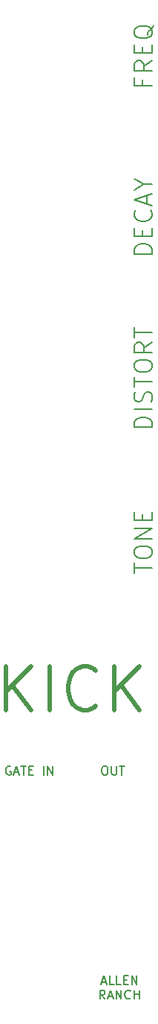
<source format=gbr>
%TF.GenerationSoftware,KiCad,Pcbnew,(5.1.6-0)*%
%TF.CreationDate,2022-12-06T13:55:02-05:00*%
%TF.ProjectId,KickDrumPanel,4b69636b-4472-4756-9d50-616e656c2e6b,rev?*%
%TF.SameCoordinates,Original*%
%TF.FileFunction,Legend,Top*%
%TF.FilePolarity,Positive*%
%FSLAX46Y46*%
G04 Gerber Fmt 4.6, Leading zero omitted, Abs format (unit mm)*
G04 Created by KiCad (PCBNEW (5.1.6-0)) date 2022-12-06 13:55:02*
%MOMM*%
%LPD*%
G01*
G04 APERTURE LIST*
%ADD10C,0.500000*%
%ADD11C,0.150000*%
%ADD12C,0.200000*%
G04 APERTURE END LIST*
D10*
X151504000Y-136754904D02*
X151504000Y-131754904D01*
X154361142Y-136754904D02*
X152218285Y-133897761D01*
X154361142Y-131754904D02*
X151504000Y-134612047D01*
X156504000Y-136754904D02*
X156504000Y-131754904D01*
X161742095Y-136278714D02*
X161504000Y-136516809D01*
X160789714Y-136754904D01*
X160313523Y-136754904D01*
X159599238Y-136516809D01*
X159123047Y-136040619D01*
X158884952Y-135564428D01*
X158646857Y-134612047D01*
X158646857Y-133897761D01*
X158884952Y-132945380D01*
X159123047Y-132469190D01*
X159599238Y-131993000D01*
X160313523Y-131754904D01*
X160789714Y-131754904D01*
X161504000Y-131993000D01*
X161742095Y-132231095D01*
X163884952Y-136754904D02*
X163884952Y-131754904D01*
X166742095Y-136754904D02*
X164599238Y-133897761D01*
X166742095Y-131754904D02*
X163884952Y-134612047D01*
D11*
X162441190Y-167616666D02*
X162917380Y-167616666D01*
X162345952Y-167902380D02*
X162679285Y-166902380D01*
X163012619Y-167902380D01*
X163822142Y-167902380D02*
X163345952Y-167902380D01*
X163345952Y-166902380D01*
X164631666Y-167902380D02*
X164155476Y-167902380D01*
X164155476Y-166902380D01*
X164965000Y-167378571D02*
X165298333Y-167378571D01*
X165441190Y-167902380D02*
X164965000Y-167902380D01*
X164965000Y-166902380D01*
X165441190Y-166902380D01*
X165869761Y-167902380D02*
X165869761Y-166902380D01*
X166441190Y-167902380D01*
X166441190Y-166902380D01*
X162798333Y-169552380D02*
X162465000Y-169076190D01*
X162226904Y-169552380D02*
X162226904Y-168552380D01*
X162607857Y-168552380D01*
X162703095Y-168600000D01*
X162750714Y-168647619D01*
X162798333Y-168742857D01*
X162798333Y-168885714D01*
X162750714Y-168980952D01*
X162703095Y-169028571D01*
X162607857Y-169076190D01*
X162226904Y-169076190D01*
X163179285Y-169266666D02*
X163655476Y-169266666D01*
X163084047Y-169552380D02*
X163417380Y-168552380D01*
X163750714Y-169552380D01*
X164084047Y-169552380D02*
X164084047Y-168552380D01*
X164655476Y-169552380D01*
X164655476Y-168552380D01*
X165703095Y-169457142D02*
X165655476Y-169504761D01*
X165512619Y-169552380D01*
X165417380Y-169552380D01*
X165274523Y-169504761D01*
X165179285Y-169409523D01*
X165131666Y-169314285D01*
X165084047Y-169123809D01*
X165084047Y-168980952D01*
X165131666Y-168790476D01*
X165179285Y-168695238D01*
X165274523Y-168600000D01*
X165417380Y-168552380D01*
X165512619Y-168552380D01*
X165655476Y-168600000D01*
X165703095Y-168647619D01*
X166131666Y-169552380D02*
X166131666Y-168552380D01*
X166131666Y-169028571D02*
X166703095Y-169028571D01*
X166703095Y-169552380D02*
X166703095Y-168552380D01*
X162703000Y-143089380D02*
X162893476Y-143089380D01*
X162988714Y-143137000D01*
X163083952Y-143232238D01*
X163131571Y-143422714D01*
X163131571Y-143756047D01*
X163083952Y-143946523D01*
X162988714Y-144041761D01*
X162893476Y-144089380D01*
X162703000Y-144089380D01*
X162607761Y-144041761D01*
X162512523Y-143946523D01*
X162464904Y-143756047D01*
X162464904Y-143422714D01*
X162512523Y-143232238D01*
X162607761Y-143137000D01*
X162703000Y-143089380D01*
X163560142Y-143089380D02*
X163560142Y-143898904D01*
X163607761Y-143994142D01*
X163655380Y-144041761D01*
X163750619Y-144089380D01*
X163941095Y-144089380D01*
X164036333Y-144041761D01*
X164083952Y-143994142D01*
X164131571Y-143898904D01*
X164131571Y-143089380D01*
X164464904Y-143089380D02*
X165036333Y-143089380D01*
X164750619Y-144089380D02*
X164750619Y-143089380D01*
X152035142Y-143137000D02*
X151939904Y-143089380D01*
X151797047Y-143089380D01*
X151654190Y-143137000D01*
X151558952Y-143232238D01*
X151511333Y-143327476D01*
X151463714Y-143517952D01*
X151463714Y-143660809D01*
X151511333Y-143851285D01*
X151558952Y-143946523D01*
X151654190Y-144041761D01*
X151797047Y-144089380D01*
X151892285Y-144089380D01*
X152035142Y-144041761D01*
X152082761Y-143994142D01*
X152082761Y-143660809D01*
X151892285Y-143660809D01*
X152463714Y-143803666D02*
X152939904Y-143803666D01*
X152368476Y-144089380D02*
X152701809Y-143089380D01*
X153035142Y-144089380D01*
X153225619Y-143089380D02*
X153797047Y-143089380D01*
X153511333Y-144089380D02*
X153511333Y-143089380D01*
X154130380Y-143565571D02*
X154463714Y-143565571D01*
X154606571Y-144089380D02*
X154130380Y-144089380D01*
X154130380Y-143089380D01*
X154606571Y-143089380D01*
X155797047Y-144089380D02*
X155797047Y-143089380D01*
X156273238Y-144089380D02*
X156273238Y-143089380D01*
X156844666Y-144089380D01*
X156844666Y-143089380D01*
D12*
X166163761Y-121173428D02*
X166163761Y-120030571D01*
X168163761Y-120602000D02*
X166163761Y-120602000D01*
X166163761Y-118982952D02*
X166163761Y-118602000D01*
X166259000Y-118411523D01*
X166449476Y-118221047D01*
X166830428Y-118125809D01*
X167497095Y-118125809D01*
X167878047Y-118221047D01*
X168068523Y-118411523D01*
X168163761Y-118602000D01*
X168163761Y-118982952D01*
X168068523Y-119173428D01*
X167878047Y-119363904D01*
X167497095Y-119459142D01*
X166830428Y-119459142D01*
X166449476Y-119363904D01*
X166259000Y-119173428D01*
X166163761Y-118982952D01*
X168163761Y-117268666D02*
X166163761Y-117268666D01*
X168163761Y-116125809D01*
X166163761Y-116125809D01*
X167116142Y-115173428D02*
X167116142Y-114506761D01*
X168163761Y-114221047D02*
X168163761Y-115173428D01*
X166163761Y-115173428D01*
X166163761Y-114221047D01*
X168163761Y-104583809D02*
X166163761Y-104583809D01*
X166163761Y-104107619D01*
X166259000Y-103821904D01*
X166449476Y-103631428D01*
X166639952Y-103536190D01*
X167020904Y-103440952D01*
X167306619Y-103440952D01*
X167687571Y-103536190D01*
X167878047Y-103631428D01*
X168068523Y-103821904D01*
X168163761Y-104107619D01*
X168163761Y-104583809D01*
X168163761Y-102583809D02*
X166163761Y-102583809D01*
X168068523Y-101726666D02*
X168163761Y-101440952D01*
X168163761Y-100964761D01*
X168068523Y-100774285D01*
X167973285Y-100679047D01*
X167782809Y-100583809D01*
X167592333Y-100583809D01*
X167401857Y-100679047D01*
X167306619Y-100774285D01*
X167211380Y-100964761D01*
X167116142Y-101345714D01*
X167020904Y-101536190D01*
X166925666Y-101631428D01*
X166735190Y-101726666D01*
X166544714Y-101726666D01*
X166354238Y-101631428D01*
X166259000Y-101536190D01*
X166163761Y-101345714D01*
X166163761Y-100869523D01*
X166259000Y-100583809D01*
X166163761Y-100012380D02*
X166163761Y-98869523D01*
X168163761Y-99440952D02*
X166163761Y-99440952D01*
X166163761Y-97821904D02*
X166163761Y-97440952D01*
X166259000Y-97250476D01*
X166449476Y-97060000D01*
X166830428Y-96964761D01*
X167497095Y-96964761D01*
X167878047Y-97060000D01*
X168068523Y-97250476D01*
X168163761Y-97440952D01*
X168163761Y-97821904D01*
X168068523Y-98012380D01*
X167878047Y-98202857D01*
X167497095Y-98298095D01*
X166830428Y-98298095D01*
X166449476Y-98202857D01*
X166259000Y-98012380D01*
X166163761Y-97821904D01*
X168163761Y-94964761D02*
X167211380Y-95631428D01*
X168163761Y-96107619D02*
X166163761Y-96107619D01*
X166163761Y-95345714D01*
X166259000Y-95155238D01*
X166354238Y-95060000D01*
X166544714Y-94964761D01*
X166830428Y-94964761D01*
X167020904Y-95060000D01*
X167116142Y-95155238D01*
X167211380Y-95345714D01*
X167211380Y-96107619D01*
X166163761Y-94393333D02*
X166163761Y-93250476D01*
X168163761Y-93821904D02*
X166163761Y-93821904D01*
X168163761Y-84914857D02*
X166163761Y-84914857D01*
X166163761Y-84438666D01*
X166259000Y-84152952D01*
X166449476Y-83962476D01*
X166639952Y-83867238D01*
X167020904Y-83772000D01*
X167306619Y-83772000D01*
X167687571Y-83867238D01*
X167878047Y-83962476D01*
X168068523Y-84152952D01*
X168163761Y-84438666D01*
X168163761Y-84914857D01*
X167116142Y-82914857D02*
X167116142Y-82248190D01*
X168163761Y-81962476D02*
X168163761Y-82914857D01*
X166163761Y-82914857D01*
X166163761Y-81962476D01*
X167973285Y-79962476D02*
X168068523Y-80057714D01*
X168163761Y-80343428D01*
X168163761Y-80533904D01*
X168068523Y-80819619D01*
X167878047Y-81010095D01*
X167687571Y-81105333D01*
X167306619Y-81200571D01*
X167020904Y-81200571D01*
X166639952Y-81105333D01*
X166449476Y-81010095D01*
X166259000Y-80819619D01*
X166163761Y-80533904D01*
X166163761Y-80343428D01*
X166259000Y-80057714D01*
X166354238Y-79962476D01*
X167592333Y-79200571D02*
X167592333Y-78248190D01*
X168163761Y-79391047D02*
X166163761Y-78724380D01*
X168163761Y-78057714D01*
X167211380Y-77010095D02*
X168163761Y-77010095D01*
X166163761Y-77676761D02*
X167211380Y-77010095D01*
X166163761Y-76343428D01*
X167116142Y-65150666D02*
X167116142Y-65817333D01*
X168163761Y-65817333D02*
X166163761Y-65817333D01*
X166163761Y-64864952D01*
X168163761Y-62960190D02*
X167211380Y-63626857D01*
X168163761Y-64103047D02*
X166163761Y-64103047D01*
X166163761Y-63341142D01*
X166259000Y-63150666D01*
X166354238Y-63055428D01*
X166544714Y-62960190D01*
X166830428Y-62960190D01*
X167020904Y-63055428D01*
X167116142Y-63150666D01*
X167211380Y-63341142D01*
X167211380Y-64103047D01*
X167116142Y-62103047D02*
X167116142Y-61436380D01*
X168163761Y-61150666D02*
X168163761Y-62103047D01*
X166163761Y-62103047D01*
X166163761Y-61150666D01*
X168354238Y-58960190D02*
X168259000Y-59150666D01*
X168068523Y-59341142D01*
X167782809Y-59626857D01*
X167687571Y-59817333D01*
X167687571Y-60007809D01*
X168163761Y-59912571D02*
X168068523Y-60103047D01*
X167878047Y-60293523D01*
X167497095Y-60388761D01*
X166830428Y-60388761D01*
X166449476Y-60293523D01*
X166259000Y-60103047D01*
X166163761Y-59912571D01*
X166163761Y-59531619D01*
X166259000Y-59341142D01*
X166449476Y-59150666D01*
X166830428Y-59055428D01*
X167497095Y-59055428D01*
X167878047Y-59150666D01*
X168068523Y-59341142D01*
X168163761Y-59531619D01*
X168163761Y-59912571D01*
M02*

</source>
